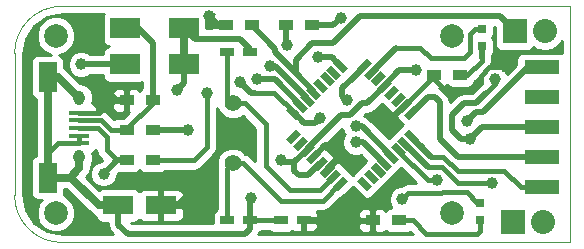
<source format=gbr>
G04 #@! TF.FileFunction,Copper,L1,Top,Signal*
%FSLAX46Y46*%
G04 Gerber Fmt 4.6, Leading zero omitted, Abs format (unit mm)*
G04 Created by KiCad (PCBNEW (2015-01-16 BZR 5376)-product) date 9/24/2015 9:19:18 AM*
%MOMM*%
G01*
G04 APERTURE LIST*
%ADD10C,0.100000*%
%ADD11R,2.032000X2.032000*%
%ADD12O,2.032000X2.032000*%
%ADD13R,1.778000X0.400000*%
%ADD14O,0.950000X1.250000*%
%ADD15R,1.550000X2.500000*%
%ADD16C,2.000000*%
%ADD17R,1.200000X0.750000*%
%ADD18R,2.600960X1.600200*%
%ADD19R,0.797560X0.797560*%
%ADD20R,3.000000X1.200000*%
%ADD21R,1.200000X0.900000*%
%ADD22C,1.422400*%
%ADD23R,2.500000X1.800860*%
%ADD24C,1.000000*%
%ADD25C,0.457200*%
%ADD26C,0.508000*%
%ADD27C,0.635000*%
%ADD28C,0.381000*%
%ADD29C,0.254000*%
G04 APERTURE END LIST*
D10*
X110000000Y-86000000D02*
X153000000Y-86000000D01*
X106000000Y-90000000D02*
X106000000Y-102000000D01*
X110000000Y-106000000D02*
X153000000Y-106000000D01*
X106000000Y-102000000D02*
G75*
G03X110000000Y-106000000I4000000J0D01*
G01*
X110000000Y-86000000D02*
G75*
G03X106000000Y-90000000I0J-4000000D01*
G01*
X153000000Y-106000000D02*
X153000000Y-86000000D01*
D11*
X148336000Y-88138000D03*
D12*
X150876000Y-88138000D03*
D11*
X148209000Y-104267000D03*
D12*
X150749000Y-104267000D03*
D13*
X111500000Y-95000000D03*
X111500000Y-95650000D03*
X111500000Y-96300000D03*
X111500000Y-96950000D03*
X111500000Y-97600000D03*
D14*
X111500000Y-93800000D03*
X111500000Y-98800000D03*
D15*
X108800000Y-92000000D03*
X108800000Y-100500000D03*
D16*
X143000000Y-88500000D03*
X143000000Y-103500000D03*
X109500000Y-103500000D03*
X109500000Y-88500000D03*
D17*
X124018000Y-89916000D03*
X125918000Y-89916000D03*
X124018000Y-104140000D03*
X125918000Y-104140000D03*
X128590000Y-104140000D03*
X130490000Y-104140000D03*
D18*
X118386860Y-102870000D03*
X114785140Y-102870000D03*
D19*
X145542000Y-89395300D03*
X145542000Y-87896700D03*
X145415000Y-104127300D03*
X145415000Y-102628700D03*
D20*
X150622000Y-91186000D03*
X150622000Y-93726000D03*
X150622000Y-96266000D03*
X150622000Y-98806000D03*
X150622000Y-101346000D03*
D21*
X126068000Y-87630000D03*
X123868000Y-87630000D03*
X115486000Y-93980000D03*
X117686000Y-93980000D03*
X115486000Y-96520000D03*
X117686000Y-96520000D03*
X115486000Y-99060000D03*
X117686000Y-99060000D03*
X131148000Y-87630000D03*
X128948000Y-87630000D03*
D22*
X124460000Y-94234000D03*
X124460000Y-99314000D03*
D10*
G36*
X129422765Y-97673701D02*
X128998501Y-97249437D01*
X129847029Y-96400909D01*
X130271293Y-96825173D01*
X129422765Y-97673701D01*
X129422765Y-97673701D01*
G37*
G36*
X129988451Y-98239386D02*
X129564187Y-97815122D01*
X130412715Y-96966594D01*
X130836979Y-97390858D01*
X129988451Y-98239386D01*
X129988451Y-98239386D01*
G37*
G36*
X130554136Y-98805072D02*
X130129872Y-98380808D01*
X130978400Y-97532280D01*
X131402664Y-97956544D01*
X130554136Y-98805072D01*
X130554136Y-98805072D01*
G37*
G36*
X131119821Y-99370757D02*
X130695557Y-98946493D01*
X131544085Y-98097965D01*
X131968349Y-98522229D01*
X131119821Y-99370757D01*
X131119821Y-99370757D01*
G37*
G36*
X131685507Y-99936443D02*
X131261243Y-99512179D01*
X132109771Y-98663651D01*
X132534035Y-99087915D01*
X131685507Y-99936443D01*
X131685507Y-99936443D01*
G37*
G36*
X132251192Y-100502128D02*
X131826928Y-100077864D01*
X132675456Y-99229336D01*
X133099720Y-99653600D01*
X132251192Y-100502128D01*
X132251192Y-100502128D01*
G37*
G36*
X132816878Y-101067813D02*
X132392614Y-100643549D01*
X133241142Y-99795021D01*
X133665406Y-100219285D01*
X132816878Y-101067813D01*
X132816878Y-101067813D01*
G37*
G36*
X133382563Y-101633499D02*
X132958299Y-101209235D01*
X133806827Y-100360707D01*
X134231091Y-100784971D01*
X133382563Y-101633499D01*
X133382563Y-101633499D01*
G37*
G36*
X136281701Y-101209235D02*
X135857437Y-101633499D01*
X135008909Y-100784971D01*
X135433173Y-100360707D01*
X136281701Y-101209235D01*
X136281701Y-101209235D01*
G37*
G36*
X136847386Y-100643549D02*
X136423122Y-101067813D01*
X135574594Y-100219285D01*
X135998858Y-99795021D01*
X136847386Y-100643549D01*
X136847386Y-100643549D01*
G37*
G36*
X137413072Y-100077864D02*
X136988808Y-100502128D01*
X136140280Y-99653600D01*
X136564544Y-99229336D01*
X137413072Y-100077864D01*
X137413072Y-100077864D01*
G37*
G36*
X137978757Y-99512179D02*
X137554493Y-99936443D01*
X136705965Y-99087915D01*
X137130229Y-98663651D01*
X137978757Y-99512179D01*
X137978757Y-99512179D01*
G37*
G36*
X138544443Y-98946493D02*
X138120179Y-99370757D01*
X137271651Y-98522229D01*
X137695915Y-98097965D01*
X138544443Y-98946493D01*
X138544443Y-98946493D01*
G37*
G36*
X139110128Y-98380808D02*
X138685864Y-98805072D01*
X137837336Y-97956544D01*
X138261600Y-97532280D01*
X139110128Y-98380808D01*
X139110128Y-98380808D01*
G37*
G36*
X139675813Y-97815122D02*
X139251549Y-98239386D01*
X138403021Y-97390858D01*
X138827285Y-96966594D01*
X139675813Y-97815122D01*
X139675813Y-97815122D01*
G37*
G36*
X140241499Y-97249437D02*
X139817235Y-97673701D01*
X138968707Y-96825173D01*
X139392971Y-96400909D01*
X140241499Y-97249437D01*
X140241499Y-97249437D01*
G37*
G36*
X139392971Y-95623091D02*
X138968707Y-95198827D01*
X139817235Y-94350299D01*
X140241499Y-94774563D01*
X139392971Y-95623091D01*
X139392971Y-95623091D01*
G37*
G36*
X138827285Y-95057406D02*
X138403021Y-94633142D01*
X139251549Y-93784614D01*
X139675813Y-94208878D01*
X138827285Y-95057406D01*
X138827285Y-95057406D01*
G37*
G36*
X138261600Y-94491720D02*
X137837336Y-94067456D01*
X138685864Y-93218928D01*
X139110128Y-93643192D01*
X138261600Y-94491720D01*
X138261600Y-94491720D01*
G37*
G36*
X137695915Y-93926035D02*
X137271651Y-93501771D01*
X138120179Y-92653243D01*
X138544443Y-93077507D01*
X137695915Y-93926035D01*
X137695915Y-93926035D01*
G37*
G36*
X137130229Y-93360349D02*
X136705965Y-92936085D01*
X137554493Y-92087557D01*
X137978757Y-92511821D01*
X137130229Y-93360349D01*
X137130229Y-93360349D01*
G37*
G36*
X136564544Y-92794664D02*
X136140280Y-92370400D01*
X136988808Y-91521872D01*
X137413072Y-91946136D01*
X136564544Y-92794664D01*
X136564544Y-92794664D01*
G37*
G36*
X135998858Y-92228979D02*
X135574594Y-91804715D01*
X136423122Y-90956187D01*
X136847386Y-91380451D01*
X135998858Y-92228979D01*
X135998858Y-92228979D01*
G37*
G36*
X135433173Y-91663293D02*
X135008909Y-91239029D01*
X135857437Y-90390501D01*
X136281701Y-90814765D01*
X135433173Y-91663293D01*
X135433173Y-91663293D01*
G37*
G36*
X134231091Y-91239029D02*
X133806827Y-91663293D01*
X132958299Y-90814765D01*
X133382563Y-90390501D01*
X134231091Y-91239029D01*
X134231091Y-91239029D01*
G37*
G36*
X133665406Y-91804715D02*
X133241142Y-92228979D01*
X132392614Y-91380451D01*
X132816878Y-90956187D01*
X133665406Y-91804715D01*
X133665406Y-91804715D01*
G37*
G36*
X133099720Y-92370400D02*
X132675456Y-92794664D01*
X131826928Y-91946136D01*
X132251192Y-91521872D01*
X133099720Y-92370400D01*
X133099720Y-92370400D01*
G37*
G36*
X132534035Y-92936085D02*
X132109771Y-93360349D01*
X131261243Y-92511821D01*
X131685507Y-92087557D01*
X132534035Y-92936085D01*
X132534035Y-92936085D01*
G37*
G36*
X131968349Y-93501771D02*
X131544085Y-93926035D01*
X130695557Y-93077507D01*
X131119821Y-92653243D01*
X131968349Y-93501771D01*
X131968349Y-93501771D01*
G37*
G36*
X131402664Y-94067456D02*
X130978400Y-94491720D01*
X130129872Y-93643192D01*
X130554136Y-93218928D01*
X131402664Y-94067456D01*
X131402664Y-94067456D01*
G37*
G36*
X130836979Y-94633142D02*
X130412715Y-95057406D01*
X129564187Y-94208878D01*
X129988451Y-93784614D01*
X130836979Y-94633142D01*
X130836979Y-94633142D01*
G37*
G36*
X130271293Y-95198827D02*
X129847029Y-95623091D01*
X128998501Y-94774563D01*
X129422765Y-94350299D01*
X130271293Y-95198827D01*
X130271293Y-95198827D01*
G37*
D23*
X115356640Y-87884000D03*
X120355360Y-87884000D03*
X115356640Y-90932000D03*
X120355360Y-90932000D03*
D21*
X141521000Y-91821000D03*
X143721000Y-91821000D03*
X136314000Y-104140000D03*
X138514000Y-104140000D03*
D24*
X119761000Y-93091000D03*
X128524000Y-99060000D03*
X125984000Y-102235000D03*
X139954000Y-91440000D03*
X113538000Y-92964000D03*
X122428000Y-86868000D03*
X120904000Y-101854000D03*
X134493000Y-99187000D03*
X132461000Y-104140000D03*
X137668000Y-96647000D03*
X147574000Y-91186000D03*
X111633000Y-90932000D03*
X113538000Y-100203000D03*
X134112000Y-93980000D03*
X138811000Y-102362000D03*
X120650000Y-96520000D03*
X134874000Y-97536000D03*
X122301000Y-93345000D03*
X125095000Y-92456000D03*
X131826000Y-95504000D03*
X134874000Y-96139000D03*
X141732000Y-100711000D03*
X144526000Y-97282000D03*
X146685000Y-92202000D03*
X146431000Y-100965000D03*
X144272000Y-95758000D03*
X131699000Y-90297000D03*
X127635000Y-91059000D03*
X129032000Y-89281000D03*
X126492000Y-92202000D03*
X133604000Y-86995000D03*
D25*
X124018000Y-93792000D02*
X124460000Y-94234000D01*
X124018000Y-89916000D02*
X124018000Y-93792000D01*
X125476000Y-94234000D02*
X124460000Y-94234000D01*
X127254000Y-96012000D02*
X125476000Y-94234000D01*
X127254000Y-99568000D02*
X127254000Y-96012000D01*
X129286000Y-101600000D02*
X127254000Y-99568000D01*
X131826000Y-101600000D02*
X129286000Y-101600000D01*
X132994583Y-100431417D02*
X131826000Y-101600000D01*
X133029010Y-100431417D02*
X132994583Y-100431417D01*
D26*
X130867686Y-100330000D02*
X131897639Y-99300047D01*
X130048000Y-100330000D02*
X130867686Y-100330000D01*
X129667000Y-99949000D02*
X130048000Y-100330000D01*
X129667000Y-99250500D02*
X129667000Y-99949000D01*
X129698750Y-99218750D02*
X129667000Y-99250500D01*
X130748824Y-98168676D02*
X129698750Y-99218750D01*
X130766268Y-98168676D02*
X130748824Y-98168676D01*
D25*
X125918000Y-104140000D02*
X128590000Y-104140000D01*
X111500000Y-96950000D02*
X111500000Y-97600000D01*
X108800000Y-98464000D02*
X109664000Y-97600000D01*
X109664000Y-97600000D02*
X111500000Y-97600000D01*
X108800000Y-100500000D02*
X108800000Y-98464000D01*
D27*
X108800000Y-92000000D02*
X108800000Y-100500000D01*
X113157000Y-102870000D02*
X110787000Y-100500000D01*
X110787000Y-100500000D02*
X108800000Y-100500000D01*
X114785140Y-102870000D02*
X113157000Y-102870000D01*
X120355360Y-87884000D02*
X120355360Y-90932000D01*
D26*
X121244360Y-88773000D02*
X120355360Y-87884000D01*
X125095000Y-88773000D02*
X121244360Y-88773000D01*
X125918000Y-89596000D02*
X125095000Y-88773000D01*
X125918000Y-89916000D02*
X125918000Y-89596000D01*
D27*
X109700000Y-92000000D02*
X111500000Y-93800000D01*
X108800000Y-92000000D02*
X109700000Y-92000000D01*
X110701000Y-100500000D02*
X111500000Y-99701000D01*
X111500000Y-99701000D02*
X111500000Y-98800000D01*
X108800000Y-100500000D02*
X110701000Y-100500000D01*
D26*
X120355360Y-92496640D02*
X119761000Y-93091000D01*
X120355360Y-90932000D02*
X120355360Y-92496640D01*
X125918000Y-104841000D02*
X125918000Y-104140000D01*
X125476000Y-105283000D02*
X125918000Y-104841000D01*
X115570000Y-105283000D02*
X125476000Y-105283000D01*
X114785140Y-104498140D02*
X115570000Y-105283000D01*
X114785140Y-102870000D02*
X114785140Y-104498140D01*
X128682750Y-99218750D02*
X128524000Y-99060000D01*
X125984000Y-102235000D02*
X125918000Y-102301000D01*
X125918000Y-102301000D02*
X125918000Y-104140000D01*
X129698750Y-99218750D02*
X128682750Y-99218750D01*
X133604000Y-95250000D02*
X134366000Y-95250000D01*
X134366000Y-95250000D02*
X135382000Y-94234000D01*
X135382000Y-94234000D02*
X135832314Y-94234000D01*
X135832314Y-94234000D02*
X137342361Y-92723953D01*
X130766268Y-98087732D02*
X133604000Y-95250000D01*
X130766268Y-98168676D02*
X130766268Y-98087732D01*
X138557000Y-91440000D02*
X139065000Y-91440000D01*
X139954000Y-91440000D02*
X139065000Y-91440000D01*
X137342361Y-92654639D02*
X138557000Y-91440000D01*
X137342361Y-92723953D02*
X137342361Y-92654639D01*
D25*
X124018000Y-101534000D02*
X124018000Y-104140000D01*
X124018000Y-99756000D02*
X124460000Y-99314000D01*
X124018000Y-104140000D02*
X124018000Y-99756000D01*
X125349000Y-99314000D02*
X124460000Y-99314000D01*
X128524000Y-102489000D02*
X125349000Y-99314000D01*
X132080000Y-102489000D02*
X128524000Y-102489000D01*
X133571897Y-100997103D02*
X132080000Y-102489000D01*
X133594695Y-100997103D02*
X133571897Y-100997103D01*
D28*
X134747000Y-104140000D02*
X132461000Y-104140000D01*
D26*
X133477000Y-98852056D02*
X132463324Y-99865732D01*
X133477000Y-98171000D02*
X133477000Y-98852056D01*
X133350000Y-98044000D02*
X133477000Y-98171000D01*
X133096000Y-97790000D02*
X133350000Y-98044000D01*
X132270500Y-97790000D02*
X133096000Y-97790000D01*
X131331953Y-98728547D02*
X132270500Y-97790000D01*
X131331953Y-98734361D02*
X131331953Y-98728547D01*
D25*
X113153000Y-95000000D02*
X114173000Y-93980000D01*
X114173000Y-93980000D02*
X115486000Y-93980000D01*
X111500000Y-95000000D02*
X113153000Y-95000000D01*
D26*
X113538000Y-92964000D02*
X114554000Y-93980000D01*
X114554000Y-93980000D02*
X115486000Y-93980000D01*
X123868000Y-87630000D02*
X123190000Y-87630000D01*
X123190000Y-87630000D02*
X122428000Y-86868000D01*
D27*
X119888000Y-102870000D02*
X120904000Y-101854000D01*
X118386860Y-102870000D02*
X119888000Y-102870000D01*
D26*
X133350000Y-98044000D02*
X134493000Y-99187000D01*
X130490000Y-104140000D02*
X132461000Y-104140000D01*
X131331953Y-98728547D02*
X131331953Y-98734361D01*
X132270500Y-97790000D02*
X131331953Y-98728547D01*
X133096000Y-97790000D02*
X132270500Y-97790000D01*
X133477000Y-98171000D02*
X133096000Y-97790000D01*
X133477000Y-98806000D02*
X133477000Y-98171000D01*
X132463324Y-99819676D02*
X133477000Y-98806000D01*
X132463324Y-99865732D02*
X132463324Y-99819676D01*
X137668000Y-95758000D02*
X137668000Y-96647000D01*
X139004990Y-94421010D02*
X137668000Y-95758000D01*
X139039417Y-94421010D02*
X139004990Y-94421010D01*
D25*
X132461000Y-104140000D02*
X136314000Y-104140000D01*
X141521000Y-91905000D02*
X141521000Y-91821000D01*
X139039417Y-94386583D02*
X141521000Y-91905000D01*
X139039417Y-94421010D02*
X139039417Y-94386583D01*
D28*
X142621000Y-93281500D02*
X144716500Y-93281500D01*
X144716500Y-93281500D02*
X145478500Y-92519500D01*
X145478500Y-92519500D02*
X145478500Y-91884500D01*
X145478500Y-91884500D02*
X146177000Y-91186000D01*
X141521000Y-92181500D02*
X142621000Y-93281500D01*
X141521000Y-91821000D02*
X141521000Y-92181500D01*
X141521000Y-92181500D02*
X141521000Y-91821000D01*
X142621000Y-93281500D02*
X141521000Y-92181500D01*
X144716500Y-93281500D02*
X142621000Y-93281500D01*
X145478500Y-92519500D02*
X144716500Y-93281500D01*
X145478500Y-91884500D02*
X145478500Y-92519500D01*
X146177000Y-91186000D02*
X145478500Y-91884500D01*
X147574000Y-91186000D02*
X146177000Y-91186000D01*
D25*
X113303000Y-95650000D02*
X114173000Y-96520000D01*
X114173000Y-96520000D02*
X115486000Y-96520000D01*
X111500000Y-95650000D02*
X113303000Y-95650000D01*
X115486000Y-96350000D02*
X115486000Y-96520000D01*
X117686000Y-94150000D02*
X115486000Y-96350000D01*
X117686000Y-93980000D02*
X117686000Y-94150000D01*
D26*
X117686000Y-89111000D02*
X117686000Y-93980000D01*
X116459000Y-87884000D02*
X117686000Y-89111000D01*
X115356640Y-87884000D02*
X116459000Y-87884000D01*
D25*
X114681000Y-99060000D02*
X115486000Y-99060000D01*
X113792000Y-98171000D02*
X114681000Y-99060000D01*
X113792000Y-97037028D02*
X113792000Y-98171000D01*
X113054972Y-96300000D02*
X113792000Y-97037028D01*
X111500000Y-96300000D02*
X113054972Y-96300000D01*
D26*
X114681000Y-99060000D02*
X115486000Y-99060000D01*
X115356640Y-90932000D02*
X112776000Y-90932000D01*
X113538000Y-100203000D02*
X114681000Y-99060000D01*
X115356640Y-90932000D02*
X111633000Y-90932000D01*
D28*
X138303000Y-89535000D02*
X140335000Y-89535000D01*
X145021300Y-87896700D02*
X145542000Y-87896700D01*
X144526000Y-88392000D02*
X145021300Y-87896700D01*
X144526000Y-89916000D02*
X144526000Y-88392000D01*
X144018000Y-90424000D02*
X144526000Y-89916000D01*
X141224000Y-90424000D02*
X144018000Y-90424000D01*
X140335000Y-89535000D02*
X141224000Y-90424000D01*
D26*
X136245417Y-91592583D02*
X138303000Y-89535000D01*
X136210990Y-91592583D02*
X136245417Y-91592583D01*
X133731000Y-93599000D02*
X134112000Y-93980000D01*
D25*
X144272000Y-101727000D02*
X145173700Y-102628700D01*
X142240000Y-101727000D02*
X144272000Y-101727000D01*
X142113000Y-101854000D02*
X142240000Y-101727000D01*
X139319000Y-101854000D02*
X142113000Y-101854000D01*
X138811000Y-102362000D02*
X139319000Y-101854000D01*
X145173700Y-102628700D02*
X145415000Y-102628700D01*
D26*
X135645305Y-91026897D02*
X135668103Y-91026897D01*
X135645305Y-91026897D02*
X135645305Y-91049695D01*
X133731000Y-93599000D02*
X133731000Y-92964000D01*
X133731000Y-92964000D02*
X134620000Y-92075000D01*
X134620000Y-92075000D02*
X135645305Y-91049695D01*
X133731000Y-93599000D02*
X133731000Y-92964000D01*
X120650000Y-96520000D02*
X117686000Y-96520000D01*
X135509000Y-97536000D02*
X134874000Y-97536000D01*
X137273047Y-99300047D02*
X135509000Y-97536000D01*
X137342361Y-99300047D02*
X137273047Y-99300047D01*
X137908047Y-98734361D02*
X137850361Y-98734361D01*
D25*
X121158000Y-99060000D02*
X122301000Y-97917000D01*
X122301000Y-97917000D02*
X122301000Y-93345000D01*
X117686000Y-99060000D02*
X121158000Y-99060000D01*
X126365000Y-93345000D02*
X127993202Y-93345000D01*
X129634897Y-94986695D02*
X127993202Y-93345000D01*
D26*
X125984000Y-93345000D02*
X125095000Y-92456000D01*
X126365000Y-93345000D02*
X125984000Y-93345000D01*
X137908047Y-98734361D02*
X137908047Y-98665047D01*
X129634897Y-94986695D02*
X129657695Y-94986695D01*
X131826000Y-95504000D02*
X131445000Y-95885000D01*
X131445000Y-95885000D02*
X130533202Y-95885000D01*
X130533202Y-95885000D02*
X129634897Y-94986695D01*
X135382000Y-96139000D02*
X134874000Y-96139000D01*
X137908047Y-98665047D02*
X135382000Y-96139000D01*
D25*
X138473732Y-98168676D02*
X138473732Y-98214732D01*
X138473732Y-98214732D02*
X140970000Y-100711000D01*
X140970000Y-100711000D02*
X141732000Y-100711000D01*
D26*
X144526000Y-97282000D02*
X145542000Y-96266000D01*
X144526000Y-97282000D02*
X143764000Y-97282000D01*
X143002000Y-96520000D02*
X143002000Y-95504000D01*
X143764000Y-97282000D02*
X143002000Y-96520000D01*
X143002000Y-95250000D02*
X144018000Y-94234000D01*
X144018000Y-94234000D02*
X145034000Y-94234000D01*
X145859500Y-93408500D02*
X145923000Y-93345000D01*
X145034000Y-94234000D02*
X145859500Y-93408500D01*
X143002000Y-95504000D02*
X143002000Y-95250000D01*
D28*
X145859500Y-93408500D02*
X145859500Y-93345000D01*
X146685000Y-92583000D02*
X146685000Y-92202000D01*
X145923000Y-93345000D02*
X146685000Y-92583000D01*
X145859500Y-93345000D02*
X145923000Y-93345000D01*
D26*
X145542000Y-96266000D02*
X144526000Y-97282000D01*
X150622000Y-96266000D02*
X145542000Y-96266000D01*
D25*
X141033500Y-99631500D02*
X142176500Y-99631500D01*
X143510000Y-100965000D02*
X146431000Y-100965000D01*
X142176500Y-99631500D02*
X143510000Y-100965000D01*
D26*
X139039417Y-97602990D02*
X139039417Y-97637417D01*
X149479000Y-91186000D02*
X150622000Y-91186000D01*
X141033500Y-99631500D02*
X139039417Y-97637417D01*
X144272000Y-95758000D02*
X145034000Y-94996000D01*
X145034000Y-94996000D02*
X145669000Y-94996000D01*
X146939000Y-93726000D02*
X149479000Y-91186000D01*
X145669000Y-94996000D02*
X146939000Y-93726000D01*
D25*
X141298899Y-98731101D02*
X142292101Y-98731101D01*
X148844000Y-101346000D02*
X150622000Y-101346000D01*
X147447000Y-99949000D02*
X148844000Y-101346000D01*
X143510000Y-99949000D02*
X147447000Y-99949000D01*
X142292101Y-98731101D02*
X143510000Y-99949000D01*
D26*
X139605103Y-97060103D02*
X140589000Y-98044000D01*
X139605103Y-97037305D02*
X139605103Y-97060103D01*
X141298899Y-98731101D02*
X139605103Y-97037305D01*
X139605103Y-94986695D02*
X139709305Y-94986695D01*
X141605000Y-93726000D02*
X141986000Y-94107000D01*
X141986000Y-94107000D02*
X141986000Y-94488000D01*
X144399000Y-98806000D02*
X143510000Y-98806000D01*
X141986000Y-97282000D02*
X141986000Y-94488000D01*
X143510000Y-98806000D02*
X141986000Y-97282000D01*
X140970000Y-93726000D02*
X139709305Y-94986695D01*
X140970000Y-93726000D02*
X141224000Y-93726000D01*
X150622000Y-98806000D02*
X144399000Y-98806000D01*
X141224000Y-93726000D02*
X141605000Y-93726000D01*
X132842000Y-90297000D02*
X131699000Y-90297000D01*
X133571897Y-91026897D02*
X132842000Y-90297000D01*
X132842000Y-90297000D02*
X131699000Y-90297000D01*
X133571897Y-91026897D02*
X132842000Y-90297000D01*
X133594695Y-91026897D02*
X133571897Y-91026897D01*
X128016000Y-89578000D02*
X126068000Y-87630000D01*
X128016000Y-89916000D02*
X128016000Y-89578000D01*
X129794000Y-91694000D02*
X128016000Y-89916000D01*
X131331953Y-93231953D02*
X129794000Y-91694000D01*
X147066000Y-86868000D02*
X148336000Y-88138000D01*
X129794000Y-90551000D02*
X131191000Y-89154000D01*
X131191000Y-89154000D02*
X132969000Y-89154000D01*
X132969000Y-89154000D02*
X135255000Y-86868000D01*
X135255000Y-86868000D02*
X147066000Y-86868000D01*
X129794000Y-91694000D02*
X129794000Y-90551000D01*
X147066000Y-86868000D02*
X148336000Y-88138000D01*
X135255000Y-86868000D02*
X147066000Y-86868000D01*
X132969000Y-89154000D02*
X135255000Y-86868000D01*
X131191000Y-89154000D02*
X132969000Y-89154000D01*
X129794000Y-90551000D02*
X131191000Y-89154000D01*
X129794000Y-91694000D02*
X129794000Y-90551000D01*
X131331953Y-93231953D02*
X129794000Y-91694000D01*
X131331953Y-93289639D02*
X131331953Y-93231953D01*
X130766268Y-93855324D02*
X130766268Y-93809268D01*
X130766268Y-93809268D02*
X128016000Y-91059000D01*
X128016000Y-91059000D02*
X127635000Y-91059000D01*
X128948000Y-89197000D02*
X128948000Y-87630000D01*
X129032000Y-89281000D02*
X128948000Y-89197000D01*
X128016000Y-92202000D02*
X126492000Y-92202000D01*
X130200583Y-94386583D02*
X128016000Y-92202000D01*
X130200583Y-94421010D02*
X130200583Y-94386583D01*
X133604000Y-86995000D02*
X132969000Y-87630000D01*
X131148000Y-87630000D02*
X132969000Y-87630000D01*
X145542000Y-90424000D02*
X145542000Y-89395300D01*
X144102000Y-91948000D02*
X144102000Y-91864000D01*
D25*
X144335500Y-91821000D02*
X145542000Y-90614500D01*
X145542000Y-90614500D02*
X145542000Y-89395300D01*
X143721000Y-91821000D02*
X144335500Y-91821000D01*
D28*
X145415000Y-104127300D02*
X145415000Y-105029000D01*
X145415000Y-105029000D02*
X145161000Y-105283000D01*
X145161000Y-105283000D02*
X145415000Y-105029000D01*
X139700000Y-104140000D02*
X140843000Y-105283000D01*
X140843000Y-105283000D02*
X145161000Y-105283000D01*
X138514000Y-104140000D02*
X139700000Y-104140000D01*
D29*
G36*
X116797000Y-92960330D02*
X116631073Y-93069327D01*
X116587662Y-93133637D01*
X116445698Y-92991673D01*
X116212309Y-92895000D01*
X115771750Y-92895000D01*
X115613000Y-93053750D01*
X115613000Y-93853000D01*
X115633000Y-93853000D01*
X115633000Y-94107000D01*
X115613000Y-94107000D01*
X115613000Y-94906250D01*
X115660717Y-94953967D01*
X115359000Y-95255684D01*
X115359000Y-94906250D01*
X115359000Y-94107000D01*
X115359000Y-93853000D01*
X115359000Y-93053750D01*
X115200250Y-92895000D01*
X114759691Y-92895000D01*
X114526302Y-92991673D01*
X114347673Y-93170301D01*
X114251000Y-93403690D01*
X114251000Y-93656309D01*
X114251000Y-93694250D01*
X114409750Y-93853000D01*
X115359000Y-93853000D01*
X115359000Y-94107000D01*
X114409750Y-94107000D01*
X114251000Y-94265750D01*
X114251000Y-94303691D01*
X114251000Y-94556310D01*
X114347673Y-94789699D01*
X114526302Y-94968327D01*
X114759691Y-95065000D01*
X115200250Y-95065000D01*
X115359000Y-94906250D01*
X115359000Y-95255684D01*
X115192125Y-95422560D01*
X114886000Y-95422560D01*
X114643877Y-95469537D01*
X114462800Y-95588485D01*
X113913657Y-95039343D01*
X113633485Y-94852138D01*
X113303000Y-94786400D01*
X113024000Y-94786400D01*
X112978850Y-94786400D01*
X113024000Y-94741250D01*
X113024000Y-94673690D01*
X112927327Y-94440301D01*
X112748698Y-94261673D01*
X112567817Y-94186749D01*
X112610000Y-93974685D01*
X112610000Y-93625315D01*
X112525506Y-93200536D01*
X112284889Y-92840426D01*
X111924779Y-92599809D01*
X111577836Y-92530797D01*
X110373519Y-91326481D01*
X110222440Y-91225533D01*
X110222440Y-90750000D01*
X110175463Y-90507877D01*
X110035673Y-90295073D01*
X109824640Y-90152623D01*
X109737804Y-90135208D01*
X109823795Y-90135284D01*
X110424943Y-89886894D01*
X110885278Y-89427363D01*
X111134716Y-88826648D01*
X111135284Y-88176205D01*
X110886894Y-87575057D01*
X110427363Y-87114722D01*
X109826648Y-86865284D01*
X109176205Y-86864716D01*
X108575057Y-87113106D01*
X108114722Y-87572637D01*
X107865284Y-88173352D01*
X107864716Y-88823795D01*
X108113106Y-89424943D01*
X108572637Y-89885278D01*
X109095911Y-90102560D01*
X108025000Y-90102560D01*
X107782877Y-90149537D01*
X107570073Y-90289327D01*
X107427623Y-90500360D01*
X107377560Y-90750000D01*
X107377560Y-93250000D01*
X107424537Y-93492123D01*
X107564327Y-93704927D01*
X107775360Y-93847377D01*
X107847500Y-93861844D01*
X107847500Y-98636998D01*
X107782877Y-98649537D01*
X107570073Y-98789327D01*
X107427623Y-99000360D01*
X107377560Y-99250000D01*
X107377560Y-101750000D01*
X107424537Y-101992123D01*
X107564327Y-102204927D01*
X107775360Y-102347377D01*
X108025000Y-102397440D01*
X108290225Y-102397440D01*
X108114722Y-102572637D01*
X107865284Y-103173352D01*
X107864716Y-103823795D01*
X108113106Y-104424943D01*
X108572637Y-104885278D01*
X109173352Y-105134716D01*
X109823795Y-105135284D01*
X110424943Y-104886894D01*
X110885278Y-104427363D01*
X111134716Y-103826648D01*
X111135284Y-103176205D01*
X110886894Y-102575057D01*
X110427363Y-102114722D01*
X110167524Y-102006828D01*
X110172377Y-101999640D01*
X110222440Y-101750000D01*
X110222440Y-101452500D01*
X110392461Y-101452500D01*
X110392462Y-101452500D01*
X112483481Y-103543519D01*
X112792494Y-103749995D01*
X112855139Y-103762455D01*
X112884197Y-103912223D01*
X113023987Y-104125027D01*
X113235020Y-104267477D01*
X113484660Y-104317540D01*
X113896140Y-104317540D01*
X113896140Y-104498140D01*
X113963811Y-104838346D01*
X114156522Y-105126758D01*
X114344764Y-105315000D01*
X110067467Y-105315000D01*
X108736539Y-105050261D01*
X107665429Y-104334568D01*
X106949737Y-103263459D01*
X106685000Y-101932532D01*
X106685000Y-90067467D01*
X106949737Y-88736540D01*
X107665429Y-87665431D01*
X108736539Y-86949738D01*
X110067467Y-86685000D01*
X113542291Y-86685000D01*
X113509263Y-86733930D01*
X113459200Y-86983570D01*
X113459200Y-88784430D01*
X113506177Y-89026553D01*
X113645967Y-89239357D01*
X113857000Y-89381807D01*
X113985645Y-89407605D01*
X113864517Y-89431107D01*
X113651713Y-89570897D01*
X113509263Y-89781930D01*
X113459200Y-90031570D01*
X113459200Y-90043000D01*
X112776000Y-90043000D01*
X112349283Y-90043000D01*
X112276765Y-89970355D01*
X111859756Y-89797197D01*
X111408225Y-89796803D01*
X110990914Y-89969233D01*
X110671355Y-90288235D01*
X110498197Y-90705244D01*
X110497803Y-91156775D01*
X110670233Y-91574086D01*
X110989235Y-91893645D01*
X111406244Y-92066803D01*
X111857775Y-92067197D01*
X112275086Y-91894767D01*
X112348981Y-91821000D01*
X112776000Y-91821000D01*
X113459200Y-91821000D01*
X113459200Y-91832430D01*
X113506177Y-92074553D01*
X113645967Y-92287357D01*
X113857000Y-92429807D01*
X114106640Y-92479870D01*
X116606640Y-92479870D01*
X116797000Y-92442936D01*
X116797000Y-92960330D01*
X116797000Y-92960330D01*
G37*
X116797000Y-92960330D02*
X116631073Y-93069327D01*
X116587662Y-93133637D01*
X116445698Y-92991673D01*
X116212309Y-92895000D01*
X115771750Y-92895000D01*
X115613000Y-93053750D01*
X115613000Y-93853000D01*
X115633000Y-93853000D01*
X115633000Y-94107000D01*
X115613000Y-94107000D01*
X115613000Y-94906250D01*
X115660717Y-94953967D01*
X115359000Y-95255684D01*
X115359000Y-94906250D01*
X115359000Y-94107000D01*
X115359000Y-93853000D01*
X115359000Y-93053750D01*
X115200250Y-92895000D01*
X114759691Y-92895000D01*
X114526302Y-92991673D01*
X114347673Y-93170301D01*
X114251000Y-93403690D01*
X114251000Y-93656309D01*
X114251000Y-93694250D01*
X114409750Y-93853000D01*
X115359000Y-93853000D01*
X115359000Y-94107000D01*
X114409750Y-94107000D01*
X114251000Y-94265750D01*
X114251000Y-94303691D01*
X114251000Y-94556310D01*
X114347673Y-94789699D01*
X114526302Y-94968327D01*
X114759691Y-95065000D01*
X115200250Y-95065000D01*
X115359000Y-94906250D01*
X115359000Y-95255684D01*
X115192125Y-95422560D01*
X114886000Y-95422560D01*
X114643877Y-95469537D01*
X114462800Y-95588485D01*
X113913657Y-95039343D01*
X113633485Y-94852138D01*
X113303000Y-94786400D01*
X113024000Y-94786400D01*
X112978850Y-94786400D01*
X113024000Y-94741250D01*
X113024000Y-94673690D01*
X112927327Y-94440301D01*
X112748698Y-94261673D01*
X112567817Y-94186749D01*
X112610000Y-93974685D01*
X112610000Y-93625315D01*
X112525506Y-93200536D01*
X112284889Y-92840426D01*
X111924779Y-92599809D01*
X111577836Y-92530797D01*
X110373519Y-91326481D01*
X110222440Y-91225533D01*
X110222440Y-90750000D01*
X110175463Y-90507877D01*
X110035673Y-90295073D01*
X109824640Y-90152623D01*
X109737804Y-90135208D01*
X109823795Y-90135284D01*
X110424943Y-89886894D01*
X110885278Y-89427363D01*
X111134716Y-88826648D01*
X111135284Y-88176205D01*
X110886894Y-87575057D01*
X110427363Y-87114722D01*
X109826648Y-86865284D01*
X109176205Y-86864716D01*
X108575057Y-87113106D01*
X108114722Y-87572637D01*
X107865284Y-88173352D01*
X107864716Y-88823795D01*
X108113106Y-89424943D01*
X108572637Y-89885278D01*
X109095911Y-90102560D01*
X108025000Y-90102560D01*
X107782877Y-90149537D01*
X107570073Y-90289327D01*
X107427623Y-90500360D01*
X107377560Y-90750000D01*
X107377560Y-93250000D01*
X107424537Y-93492123D01*
X107564327Y-93704927D01*
X107775360Y-93847377D01*
X107847500Y-93861844D01*
X107847500Y-98636998D01*
X107782877Y-98649537D01*
X107570073Y-98789327D01*
X107427623Y-99000360D01*
X107377560Y-99250000D01*
X107377560Y-101750000D01*
X107424537Y-101992123D01*
X107564327Y-102204927D01*
X107775360Y-102347377D01*
X108025000Y-102397440D01*
X108290225Y-102397440D01*
X108114722Y-102572637D01*
X107865284Y-103173352D01*
X107864716Y-103823795D01*
X108113106Y-104424943D01*
X108572637Y-104885278D01*
X109173352Y-105134716D01*
X109823795Y-105135284D01*
X110424943Y-104886894D01*
X110885278Y-104427363D01*
X111134716Y-103826648D01*
X111135284Y-103176205D01*
X110886894Y-102575057D01*
X110427363Y-102114722D01*
X110167524Y-102006828D01*
X110172377Y-101999640D01*
X110222440Y-101750000D01*
X110222440Y-101452500D01*
X110392461Y-101452500D01*
X110392462Y-101452500D01*
X112483481Y-103543519D01*
X112792494Y-103749995D01*
X112855139Y-103762455D01*
X112884197Y-103912223D01*
X113023987Y-104125027D01*
X113235020Y-104267477D01*
X113484660Y-104317540D01*
X113896140Y-104317540D01*
X113896140Y-104498140D01*
X113963811Y-104838346D01*
X114156522Y-105126758D01*
X114344764Y-105315000D01*
X110067467Y-105315000D01*
X108736539Y-105050261D01*
X107665429Y-104334568D01*
X106949737Y-103263459D01*
X106685000Y-101932532D01*
X106685000Y-90067467D01*
X106949737Y-88736540D01*
X107665429Y-87665431D01*
X108736539Y-86949738D01*
X110067467Y-86685000D01*
X113542291Y-86685000D01*
X113509263Y-86733930D01*
X113459200Y-86983570D01*
X113459200Y-88784430D01*
X113506177Y-89026553D01*
X113645967Y-89239357D01*
X113857000Y-89381807D01*
X113985645Y-89407605D01*
X113864517Y-89431107D01*
X113651713Y-89570897D01*
X113509263Y-89781930D01*
X113459200Y-90031570D01*
X113459200Y-90043000D01*
X112776000Y-90043000D01*
X112349283Y-90043000D01*
X112276765Y-89970355D01*
X111859756Y-89797197D01*
X111408225Y-89796803D01*
X110990914Y-89969233D01*
X110671355Y-90288235D01*
X110498197Y-90705244D01*
X110497803Y-91156775D01*
X110670233Y-91574086D01*
X110989235Y-91893645D01*
X111406244Y-92066803D01*
X111857775Y-92067197D01*
X112275086Y-91894767D01*
X112348981Y-91821000D01*
X112776000Y-91821000D01*
X113459200Y-91821000D01*
X113459200Y-91832430D01*
X113506177Y-92074553D01*
X113645967Y-92287357D01*
X113857000Y-92429807D01*
X114106640Y-92479870D01*
X116606640Y-92479870D01*
X116797000Y-92442936D01*
X116797000Y-92960330D01*
G36*
X124015000Y-87757000D02*
X123995000Y-87757000D01*
X123995000Y-87777000D01*
X123741000Y-87777000D01*
X123741000Y-87757000D01*
X122791750Y-87757000D01*
X122664750Y-87884000D01*
X122252800Y-87884000D01*
X122252800Y-86983570D01*
X122205823Y-86741447D01*
X122168743Y-86685000D01*
X122864974Y-86685000D01*
X122729673Y-86820301D01*
X122633000Y-87053690D01*
X122633000Y-87306309D01*
X122633000Y-87344250D01*
X122791750Y-87503000D01*
X123741000Y-87503000D01*
X123741000Y-87483000D01*
X123995000Y-87483000D01*
X123995000Y-87503000D01*
X124015000Y-87503000D01*
X124015000Y-87757000D01*
X124015000Y-87757000D01*
G37*
X124015000Y-87757000D02*
X123995000Y-87757000D01*
X123995000Y-87777000D01*
X123741000Y-87777000D01*
X123741000Y-87757000D01*
X122791750Y-87757000D01*
X122664750Y-87884000D01*
X122252800Y-87884000D01*
X122252800Y-86983570D01*
X122205823Y-86741447D01*
X122168743Y-86685000D01*
X122864974Y-86685000D01*
X122729673Y-86820301D01*
X122633000Y-87053690D01*
X122633000Y-87306309D01*
X122633000Y-87344250D01*
X122791750Y-87503000D01*
X123741000Y-87503000D01*
X123741000Y-87483000D01*
X123995000Y-87483000D01*
X123995000Y-87503000D01*
X124015000Y-87503000D01*
X124015000Y-87757000D01*
G36*
X126390400Y-99134086D02*
X125959657Y-98703343D01*
X125679485Y-98516138D01*
X125537490Y-98487893D01*
X125537489Y-98487893D01*
X125223557Y-98173412D01*
X124728951Y-97968034D01*
X124193399Y-97967566D01*
X123698435Y-98172081D01*
X123319412Y-98550443D01*
X123114034Y-99045049D01*
X123113566Y-99580601D01*
X123164681Y-99704310D01*
X123154400Y-99756000D01*
X123154400Y-101534000D01*
X123154400Y-103178645D01*
X122963073Y-103304327D01*
X122820623Y-103515360D01*
X122770560Y-103765000D01*
X122770560Y-104394000D01*
X120322340Y-104394000D01*
X120322340Y-103796410D01*
X120322340Y-103543791D01*
X120322340Y-103155750D01*
X120322340Y-102584250D01*
X120322340Y-102196209D01*
X120322340Y-101943590D01*
X120225667Y-101710201D01*
X120047038Y-101531573D01*
X119813649Y-101434900D01*
X118672610Y-101434900D01*
X118513860Y-101593650D01*
X118513860Y-102743000D01*
X120163590Y-102743000D01*
X120322340Y-102584250D01*
X120322340Y-103155750D01*
X120163590Y-102997000D01*
X118513860Y-102997000D01*
X118513860Y-104146350D01*
X118672610Y-104305100D01*
X119813649Y-104305100D01*
X120047038Y-104208427D01*
X120225667Y-104029799D01*
X120322340Y-103796410D01*
X120322340Y-104394000D01*
X115938236Y-104394000D01*
X115861776Y-104317540D01*
X116085620Y-104317540D01*
X116327743Y-104270563D01*
X116540547Y-104130773D01*
X116584263Y-104066009D01*
X116726682Y-104208427D01*
X116960071Y-104305100D01*
X118101110Y-104305100D01*
X118259860Y-104146350D01*
X118259860Y-102997000D01*
X118239860Y-102997000D01*
X118239860Y-102743000D01*
X118259860Y-102743000D01*
X118259860Y-101593650D01*
X118101110Y-101434900D01*
X116960071Y-101434900D01*
X116726682Y-101531573D01*
X116584745Y-101673509D01*
X116546293Y-101614973D01*
X116335260Y-101472523D01*
X116085620Y-101422460D01*
X113484660Y-101422460D01*
X113242537Y-101469437D01*
X113158607Y-101524569D01*
X112091037Y-100456999D01*
X112173519Y-100374519D01*
X112379995Y-100065506D01*
X112452500Y-99701000D01*
X112452500Y-99508725D01*
X112525506Y-99399464D01*
X112610000Y-98974685D01*
X112610000Y-98625315D01*
X112567720Y-98412764D01*
X112631123Y-98400463D01*
X112843927Y-98260673D01*
X112928400Y-98135530D01*
X112928400Y-98171000D01*
X112994138Y-98501485D01*
X113181343Y-98781657D01*
X113441724Y-99042039D01*
X113415871Y-99067892D01*
X113313225Y-99067803D01*
X112895914Y-99240233D01*
X112576355Y-99559235D01*
X112403197Y-99976244D01*
X112402803Y-100427775D01*
X112575233Y-100845086D01*
X112894235Y-101164645D01*
X113311244Y-101337803D01*
X113762775Y-101338197D01*
X114180086Y-101165767D01*
X114499645Y-100846765D01*
X114672803Y-100429756D01*
X114672894Y-100325341D01*
X114848346Y-100149889D01*
X114886000Y-100157440D01*
X116086000Y-100157440D01*
X116328123Y-100110463D01*
X116540927Y-99970673D01*
X116585613Y-99904471D01*
X116625327Y-99964927D01*
X116836360Y-100107377D01*
X117086000Y-100157440D01*
X118286000Y-100157440D01*
X118528123Y-100110463D01*
X118740927Y-99970673D01*
X118772701Y-99923600D01*
X121158000Y-99923600D01*
X121158000Y-99923599D01*
X121488485Y-99857862D01*
X121768657Y-99670657D01*
X122911657Y-98527657D01*
X123098862Y-98247486D01*
X123098862Y-98247485D01*
X123109768Y-98192654D01*
X123164599Y-97917000D01*
X123164600Y-97917000D01*
X123164600Y-94624112D01*
X123318081Y-94995565D01*
X123696443Y-95374588D01*
X124191049Y-95579966D01*
X124726601Y-95580434D01*
X125221565Y-95375919D01*
X125309161Y-95288475D01*
X126390400Y-96369714D01*
X126390400Y-99134086D01*
X126390400Y-99134086D01*
G37*
X126390400Y-99134086D02*
X125959657Y-98703343D01*
X125679485Y-98516138D01*
X125537490Y-98487893D01*
X125537489Y-98487893D01*
X125223557Y-98173412D01*
X124728951Y-97968034D01*
X124193399Y-97967566D01*
X123698435Y-98172081D01*
X123319412Y-98550443D01*
X123114034Y-99045049D01*
X123113566Y-99580601D01*
X123164681Y-99704310D01*
X123154400Y-99756000D01*
X123154400Y-101534000D01*
X123154400Y-103178645D01*
X122963073Y-103304327D01*
X122820623Y-103515360D01*
X122770560Y-103765000D01*
X122770560Y-104394000D01*
X120322340Y-104394000D01*
X120322340Y-103796410D01*
X120322340Y-103543791D01*
X120322340Y-103155750D01*
X120322340Y-102584250D01*
X120322340Y-102196209D01*
X120322340Y-101943590D01*
X120225667Y-101710201D01*
X120047038Y-101531573D01*
X119813649Y-101434900D01*
X118672610Y-101434900D01*
X118513860Y-101593650D01*
X118513860Y-102743000D01*
X120163590Y-102743000D01*
X120322340Y-102584250D01*
X120322340Y-103155750D01*
X120163590Y-102997000D01*
X118513860Y-102997000D01*
X118513860Y-104146350D01*
X118672610Y-104305100D01*
X119813649Y-104305100D01*
X120047038Y-104208427D01*
X120225667Y-104029799D01*
X120322340Y-103796410D01*
X120322340Y-104394000D01*
X115938236Y-104394000D01*
X115861776Y-104317540D01*
X116085620Y-104317540D01*
X116327743Y-104270563D01*
X116540547Y-104130773D01*
X116584263Y-104066009D01*
X116726682Y-104208427D01*
X116960071Y-104305100D01*
X118101110Y-104305100D01*
X118259860Y-104146350D01*
X118259860Y-102997000D01*
X118239860Y-102997000D01*
X118239860Y-102743000D01*
X118259860Y-102743000D01*
X118259860Y-101593650D01*
X118101110Y-101434900D01*
X116960071Y-101434900D01*
X116726682Y-101531573D01*
X116584745Y-101673509D01*
X116546293Y-101614973D01*
X116335260Y-101472523D01*
X116085620Y-101422460D01*
X113484660Y-101422460D01*
X113242537Y-101469437D01*
X113158607Y-101524569D01*
X112091037Y-100456999D01*
X112173519Y-100374519D01*
X112379995Y-100065506D01*
X112452500Y-99701000D01*
X112452500Y-99508725D01*
X112525506Y-99399464D01*
X112610000Y-98974685D01*
X112610000Y-98625315D01*
X112567720Y-98412764D01*
X112631123Y-98400463D01*
X112843927Y-98260673D01*
X112928400Y-98135530D01*
X112928400Y-98171000D01*
X112994138Y-98501485D01*
X113181343Y-98781657D01*
X113441724Y-99042039D01*
X113415871Y-99067892D01*
X113313225Y-99067803D01*
X112895914Y-99240233D01*
X112576355Y-99559235D01*
X112403197Y-99976244D01*
X112402803Y-100427775D01*
X112575233Y-100845086D01*
X112894235Y-101164645D01*
X113311244Y-101337803D01*
X113762775Y-101338197D01*
X114180086Y-101165767D01*
X114499645Y-100846765D01*
X114672803Y-100429756D01*
X114672894Y-100325341D01*
X114848346Y-100149889D01*
X114886000Y-100157440D01*
X116086000Y-100157440D01*
X116328123Y-100110463D01*
X116540927Y-99970673D01*
X116585613Y-99904471D01*
X116625327Y-99964927D01*
X116836360Y-100107377D01*
X117086000Y-100157440D01*
X118286000Y-100157440D01*
X118528123Y-100110463D01*
X118740927Y-99970673D01*
X118772701Y-99923600D01*
X121158000Y-99923600D01*
X121158000Y-99923599D01*
X121488485Y-99857862D01*
X121768657Y-99670657D01*
X122911657Y-98527657D01*
X123098862Y-98247486D01*
X123098862Y-98247485D01*
X123109768Y-98192654D01*
X123164599Y-97917000D01*
X123164600Y-97917000D01*
X123164600Y-94624112D01*
X123318081Y-94995565D01*
X123696443Y-95374588D01*
X124191049Y-95579966D01*
X124726601Y-95580434D01*
X125221565Y-95375919D01*
X125309161Y-95288475D01*
X126390400Y-96369714D01*
X126390400Y-99134086D01*
G36*
X135797013Y-99081249D02*
X135682471Y-99195791D01*
X135624539Y-99281614D01*
X135541049Y-99337212D01*
X135116785Y-99761476D01*
X135058851Y-99847302D01*
X134975364Y-99902898D01*
X134620000Y-100258262D01*
X134264636Y-99902898D01*
X134178812Y-99844966D01*
X134123215Y-99761476D01*
X133698951Y-99337212D01*
X133639312Y-99296955D01*
X133638048Y-99293902D01*
X133538657Y-99194511D01*
X133471771Y-99194511D01*
X133245205Y-99147593D01*
X133166795Y-99162806D01*
X133181463Y-99091978D01*
X133134545Y-98850166D01*
X133134545Y-98790399D01*
X133035154Y-98691008D01*
X133031350Y-98689432D01*
X132991844Y-98630106D01*
X132567580Y-98205842D01*
X132507942Y-98165586D01*
X132506677Y-98162531D01*
X132407286Y-98063140D01*
X132340395Y-98063140D01*
X132209821Y-98036100D01*
X132295034Y-97950888D01*
X132227690Y-97883544D01*
X133741334Y-96369901D01*
X133911233Y-96781086D01*
X133967367Y-96837318D01*
X133912355Y-96892235D01*
X133739197Y-97309244D01*
X133738803Y-97760775D01*
X133911233Y-98178086D01*
X134230235Y-98497645D01*
X134647244Y-98670803D01*
X135098775Y-98671197D01*
X135302700Y-98586936D01*
X135797013Y-99081249D01*
X135797013Y-99081249D01*
G37*
X135797013Y-99081249D02*
X135682471Y-99195791D01*
X135624539Y-99281614D01*
X135541049Y-99337212D01*
X135116785Y-99761476D01*
X135058851Y-99847302D01*
X134975364Y-99902898D01*
X134620000Y-100258262D01*
X134264636Y-99902898D01*
X134178812Y-99844966D01*
X134123215Y-99761476D01*
X133698951Y-99337212D01*
X133639312Y-99296955D01*
X133638048Y-99293902D01*
X133538657Y-99194511D01*
X133471771Y-99194511D01*
X133245205Y-99147593D01*
X133166795Y-99162806D01*
X133181463Y-99091978D01*
X133134545Y-98850166D01*
X133134545Y-98790399D01*
X133035154Y-98691008D01*
X133031350Y-98689432D01*
X132991844Y-98630106D01*
X132567580Y-98205842D01*
X132507942Y-98165586D01*
X132506677Y-98162531D01*
X132407286Y-98063140D01*
X132340395Y-98063140D01*
X132209821Y-98036100D01*
X132295034Y-97950888D01*
X132227690Y-97883544D01*
X133741334Y-96369901D01*
X133911233Y-96781086D01*
X133967367Y-96837318D01*
X133912355Y-96892235D01*
X133739197Y-97309244D01*
X133738803Y-97760775D01*
X133911233Y-98178086D01*
X134230235Y-98497645D01*
X134647244Y-98670803D01*
X135098775Y-98671197D01*
X135302700Y-98586936D01*
X135797013Y-99081249D01*
G36*
X138866262Y-96012000D02*
X138510898Y-96367364D01*
X138452966Y-96453187D01*
X138369476Y-96508785D01*
X137945212Y-96933049D01*
X137887278Y-97018875D01*
X137803791Y-97074471D01*
X137689249Y-97189012D01*
X136010618Y-95510382D01*
X135722206Y-95317671D01*
X135641888Y-95301694D01*
X135606745Y-95266490D01*
X135750236Y-95123000D01*
X135832314Y-95123000D01*
X136172519Y-95055329D01*
X136172520Y-95055329D01*
X136460932Y-94862618D01*
X137088905Y-94234644D01*
X137238106Y-94383844D01*
X137323930Y-94441776D01*
X137379527Y-94525265D01*
X137803791Y-94949529D01*
X137863427Y-94989784D01*
X137864693Y-94992840D01*
X137964084Y-95092231D01*
X138030975Y-95092231D01*
X138257537Y-95139148D01*
X138335946Y-95123934D01*
X138321279Y-95194764D01*
X138368196Y-95436570D01*
X138368196Y-95496343D01*
X138467587Y-95595734D01*
X138471391Y-95597310D01*
X138510898Y-95656636D01*
X138866262Y-96012000D01*
X138866262Y-96012000D01*
G37*
X138866262Y-96012000D02*
X138510898Y-96367364D01*
X138452966Y-96453187D01*
X138369476Y-96508785D01*
X137945212Y-96933049D01*
X137887278Y-97018875D01*
X137803791Y-97074471D01*
X137689249Y-97189012D01*
X136010618Y-95510382D01*
X135722206Y-95317671D01*
X135641888Y-95301694D01*
X135606745Y-95266490D01*
X135750236Y-95123000D01*
X135832314Y-95123000D01*
X136172519Y-95055329D01*
X136172520Y-95055329D01*
X136460932Y-94862618D01*
X137088905Y-94234644D01*
X137238106Y-94383844D01*
X137323930Y-94441776D01*
X137379527Y-94525265D01*
X137803791Y-94949529D01*
X137863427Y-94989784D01*
X137864693Y-94992840D01*
X137964084Y-95092231D01*
X138030975Y-95092231D01*
X138257537Y-95139148D01*
X138335946Y-95123934D01*
X138321279Y-95194764D01*
X138368196Y-95436570D01*
X138368196Y-95496343D01*
X138467587Y-95595734D01*
X138471391Y-95597310D01*
X138510898Y-95656636D01*
X138866262Y-96012000D01*
G36*
X140028086Y-100990400D02*
X139319000Y-100990400D01*
X138988515Y-101056138D01*
X138895547Y-101118257D01*
X138732905Y-101226930D01*
X138732904Y-101226930D01*
X138586225Y-101226803D01*
X138168914Y-101399233D01*
X137849355Y-101718235D01*
X137676197Y-102135244D01*
X137675803Y-102586775D01*
X137848233Y-103004086D01*
X137891079Y-103047007D01*
X137671877Y-103089537D01*
X137459073Y-103229327D01*
X137415662Y-103293637D01*
X137273698Y-103151673D01*
X137040309Y-103055000D01*
X136599750Y-103055000D01*
X136441000Y-103213750D01*
X136441000Y-104013000D01*
X136461000Y-104013000D01*
X136461000Y-104267000D01*
X136441000Y-104267000D01*
X136441000Y-105066250D01*
X136599750Y-105225000D01*
X137040309Y-105225000D01*
X137273698Y-105128327D01*
X137415176Y-104986849D01*
X137453327Y-105044927D01*
X137664360Y-105187377D01*
X137914000Y-105237440D01*
X139114000Y-105237440D01*
X139356123Y-105190463D01*
X139493069Y-105100503D01*
X139707566Y-105315000D01*
X136187000Y-105315000D01*
X136187000Y-105066250D01*
X136187000Y-104267000D01*
X136187000Y-104013000D01*
X136187000Y-103213750D01*
X136028250Y-103055000D01*
X135587691Y-103055000D01*
X135354302Y-103151673D01*
X135175673Y-103330301D01*
X135079000Y-103563690D01*
X135079000Y-103816309D01*
X135079000Y-103854250D01*
X135237750Y-104013000D01*
X136187000Y-104013000D01*
X136187000Y-104267000D01*
X135237750Y-104267000D01*
X135079000Y-104425750D01*
X135079000Y-104463691D01*
X135079000Y-104716310D01*
X135175673Y-104949699D01*
X135354302Y-105128327D01*
X135587691Y-105225000D01*
X136028250Y-105225000D01*
X136187000Y-105066250D01*
X136187000Y-105315000D01*
X131725000Y-105315000D01*
X131725000Y-104641310D01*
X131725000Y-104425750D01*
X131566250Y-104267000D01*
X130617000Y-104267000D01*
X130617000Y-104991250D01*
X130775750Y-105150000D01*
X131216309Y-105150000D01*
X131449698Y-105053327D01*
X131628327Y-104874699D01*
X131725000Y-104641310D01*
X131725000Y-105315000D01*
X126649930Y-105315000D01*
X126739329Y-105181206D01*
X126752096Y-105117020D01*
X126760123Y-105115463D01*
X126930413Y-105003600D01*
X127579211Y-105003600D01*
X127740360Y-105112377D01*
X127990000Y-105162440D01*
X129190000Y-105162440D01*
X129432123Y-105115463D01*
X129528879Y-105051904D01*
X129530302Y-105053327D01*
X129763691Y-105150000D01*
X130204250Y-105150000D01*
X130363000Y-104991250D01*
X130363000Y-104267000D01*
X130343000Y-104267000D01*
X130343000Y-104013000D01*
X130363000Y-104013000D01*
X130363000Y-103993000D01*
X130617000Y-103993000D01*
X130617000Y-104013000D01*
X131566250Y-104013000D01*
X131725000Y-103854250D01*
X131725000Y-103638690D01*
X131628327Y-103405301D01*
X131575625Y-103352600D01*
X132080000Y-103352600D01*
X132080000Y-103352599D01*
X132410485Y-103286862D01*
X132690657Y-103099657D01*
X133540896Y-102249417D01*
X133628450Y-102232430D01*
X133840372Y-102091308D01*
X134620000Y-101311680D01*
X135399628Y-102091308D01*
X135604053Y-102229297D01*
X135853374Y-102280927D01*
X136103324Y-102232430D01*
X136315246Y-102091308D01*
X136739510Y-101667044D01*
X136797443Y-101581217D01*
X136880931Y-101525622D01*
X137305195Y-101101358D01*
X137363126Y-101015534D01*
X137446617Y-100959937D01*
X137870881Y-100535673D01*
X137928813Y-100449848D01*
X138012302Y-100394252D01*
X138436566Y-99969988D01*
X138494499Y-99884162D01*
X138577988Y-99828566D01*
X138722120Y-99684434D01*
X140028086Y-100990400D01*
X140028086Y-100990400D01*
G37*
X140028086Y-100990400D02*
X139319000Y-100990400D01*
X138988515Y-101056138D01*
X138895547Y-101118257D01*
X138732905Y-101226930D01*
X138732904Y-101226930D01*
X138586225Y-101226803D01*
X138168914Y-101399233D01*
X137849355Y-101718235D01*
X137676197Y-102135244D01*
X137675803Y-102586775D01*
X137848233Y-103004086D01*
X137891079Y-103047007D01*
X137671877Y-103089537D01*
X137459073Y-103229327D01*
X137415662Y-103293637D01*
X137273698Y-103151673D01*
X137040309Y-103055000D01*
X136599750Y-103055000D01*
X136441000Y-103213750D01*
X136441000Y-104013000D01*
X136461000Y-104013000D01*
X136461000Y-104267000D01*
X136441000Y-104267000D01*
X136441000Y-105066250D01*
X136599750Y-105225000D01*
X137040309Y-105225000D01*
X137273698Y-105128327D01*
X137415176Y-104986849D01*
X137453327Y-105044927D01*
X137664360Y-105187377D01*
X137914000Y-105237440D01*
X139114000Y-105237440D01*
X139356123Y-105190463D01*
X139493069Y-105100503D01*
X139707566Y-105315000D01*
X136187000Y-105315000D01*
X136187000Y-105066250D01*
X136187000Y-104267000D01*
X136187000Y-104013000D01*
X136187000Y-103213750D01*
X136028250Y-103055000D01*
X135587691Y-103055000D01*
X135354302Y-103151673D01*
X135175673Y-103330301D01*
X135079000Y-103563690D01*
X135079000Y-103816309D01*
X135079000Y-103854250D01*
X135237750Y-104013000D01*
X136187000Y-104013000D01*
X136187000Y-104267000D01*
X135237750Y-104267000D01*
X135079000Y-104425750D01*
X135079000Y-104463691D01*
X135079000Y-104716310D01*
X135175673Y-104949699D01*
X135354302Y-105128327D01*
X135587691Y-105225000D01*
X136028250Y-105225000D01*
X136187000Y-105066250D01*
X136187000Y-105315000D01*
X131725000Y-105315000D01*
X131725000Y-104641310D01*
X131725000Y-104425750D01*
X131566250Y-104267000D01*
X130617000Y-104267000D01*
X130617000Y-104991250D01*
X130775750Y-105150000D01*
X131216309Y-105150000D01*
X131449698Y-105053327D01*
X131628327Y-104874699D01*
X131725000Y-104641310D01*
X131725000Y-105315000D01*
X126649930Y-105315000D01*
X126739329Y-105181206D01*
X126752096Y-105117020D01*
X126760123Y-105115463D01*
X126930413Y-105003600D01*
X127579211Y-105003600D01*
X127740360Y-105112377D01*
X127990000Y-105162440D01*
X129190000Y-105162440D01*
X129432123Y-105115463D01*
X129528879Y-105051904D01*
X129530302Y-105053327D01*
X129763691Y-105150000D01*
X130204250Y-105150000D01*
X130363000Y-104991250D01*
X130363000Y-104267000D01*
X130343000Y-104267000D01*
X130343000Y-104013000D01*
X130363000Y-104013000D01*
X130363000Y-103993000D01*
X130617000Y-103993000D01*
X130617000Y-104013000D01*
X131566250Y-104013000D01*
X131725000Y-103854250D01*
X131725000Y-103638690D01*
X131628327Y-103405301D01*
X131575625Y-103352600D01*
X132080000Y-103352600D01*
X132080000Y-103352599D01*
X132410485Y-103286862D01*
X132690657Y-103099657D01*
X133540896Y-102249417D01*
X133628450Y-102232430D01*
X133840372Y-102091308D01*
X134620000Y-101311680D01*
X135399628Y-102091308D01*
X135604053Y-102229297D01*
X135853374Y-102280927D01*
X136103324Y-102232430D01*
X136315246Y-102091308D01*
X136739510Y-101667044D01*
X136797443Y-101581217D01*
X136880931Y-101525622D01*
X137305195Y-101101358D01*
X137363126Y-101015534D01*
X137446617Y-100959937D01*
X137870881Y-100535673D01*
X137928813Y-100449848D01*
X138012302Y-100394252D01*
X138436566Y-99969988D01*
X138494499Y-99884162D01*
X138577988Y-99828566D01*
X138722120Y-99684434D01*
X140028086Y-100990400D01*
G36*
X141668000Y-91948000D02*
X141648000Y-91948000D01*
X141648000Y-91968000D01*
X141394000Y-91968000D01*
X141394000Y-91948000D01*
X141374000Y-91948000D01*
X141374000Y-91694000D01*
X141394000Y-91694000D01*
X141394000Y-91674000D01*
X141648000Y-91674000D01*
X141648000Y-91694000D01*
X141668000Y-91694000D01*
X141668000Y-91948000D01*
X141668000Y-91948000D01*
G37*
X141668000Y-91948000D02*
X141648000Y-91948000D01*
X141648000Y-91968000D01*
X141394000Y-91968000D01*
X141394000Y-91948000D01*
X141374000Y-91948000D01*
X141374000Y-91694000D01*
X141394000Y-91694000D01*
X141394000Y-91674000D01*
X141648000Y-91674000D01*
X141648000Y-91694000D01*
X141668000Y-91694000D01*
X141668000Y-91948000D01*
G36*
X145655026Y-91722788D02*
X145550197Y-91975244D01*
X145549803Y-92426775D01*
X145586055Y-92514511D01*
X145565018Y-92535548D01*
X145294382Y-92716382D01*
X145230882Y-92779882D01*
X144665764Y-93345000D01*
X144018000Y-93345000D01*
X143677794Y-93412671D01*
X143389382Y-93605382D01*
X142875000Y-94119764D01*
X142875000Y-94107000D01*
X142807329Y-93766794D01*
X142614618Y-93478382D01*
X142233618Y-93097382D01*
X141947194Y-92906000D01*
X142247309Y-92906000D01*
X142480698Y-92809327D01*
X142622176Y-92667849D01*
X142660327Y-92725927D01*
X142871360Y-92868377D01*
X143121000Y-92918440D01*
X144321000Y-92918440D01*
X144563123Y-92871463D01*
X144775927Y-92731673D01*
X144918377Y-92520640D01*
X144934684Y-92439322D01*
X144946157Y-92431657D01*
X145655026Y-91722788D01*
X145655026Y-91722788D01*
G37*
X145655026Y-91722788D02*
X145550197Y-91975244D01*
X145549803Y-92426775D01*
X145586055Y-92514511D01*
X145565018Y-92535548D01*
X145294382Y-92716382D01*
X145230882Y-92779882D01*
X144665764Y-93345000D01*
X144018000Y-93345000D01*
X143677794Y-93412671D01*
X143389382Y-93605382D01*
X142875000Y-94119764D01*
X142875000Y-94107000D01*
X142807329Y-93766794D01*
X142614618Y-93478382D01*
X142233618Y-93097382D01*
X141947194Y-92906000D01*
X142247309Y-92906000D01*
X142480698Y-92809327D01*
X142622176Y-92667849D01*
X142660327Y-92725927D01*
X142871360Y-92868377D01*
X143121000Y-92918440D01*
X144321000Y-92918440D01*
X144563123Y-92871463D01*
X144775927Y-92731673D01*
X144918377Y-92520640D01*
X144934684Y-92439322D01*
X144946157Y-92431657D01*
X145655026Y-91722788D01*
G36*
X152315000Y-89977264D02*
X152122000Y-89938560D01*
X149122000Y-89938560D01*
X148879877Y-89985537D01*
X148667073Y-90125327D01*
X148524623Y-90336360D01*
X148474560Y-90586000D01*
X148474560Y-90933204D01*
X147706267Y-91701496D01*
X147647767Y-91559914D01*
X147328765Y-91240355D01*
X146911756Y-91067197D01*
X146460225Y-91066803D01*
X146181519Y-91181962D01*
X146339862Y-90944985D01*
X146405600Y-90614500D01*
X146405600Y-90551694D01*
X146431000Y-90424000D01*
X146431000Y-90202468D01*
X146538157Y-90043720D01*
X146588220Y-89794080D01*
X146588220Y-88996520D01*
X146541243Y-88754397D01*
X146470049Y-88646018D01*
X146538157Y-88545120D01*
X146588220Y-88295480D01*
X146588220Y-87757000D01*
X146672560Y-87757000D01*
X146672560Y-89154000D01*
X146719537Y-89396123D01*
X146859327Y-89608927D01*
X147070360Y-89751377D01*
X147320000Y-89801440D01*
X149352000Y-89801440D01*
X149594123Y-89754463D01*
X149806927Y-89614673D01*
X149905163Y-89469139D01*
X150244190Y-89695670D01*
X150876000Y-89821345D01*
X151507810Y-89695670D01*
X152043433Y-89337778D01*
X152315000Y-88931349D01*
X152315000Y-89977264D01*
X152315000Y-89977264D01*
G37*
X152315000Y-89977264D02*
X152122000Y-89938560D01*
X149122000Y-89938560D01*
X148879877Y-89985537D01*
X148667073Y-90125327D01*
X148524623Y-90336360D01*
X148474560Y-90586000D01*
X148474560Y-90933204D01*
X147706267Y-91701496D01*
X147647767Y-91559914D01*
X147328765Y-91240355D01*
X146911756Y-91067197D01*
X146460225Y-91066803D01*
X146181519Y-91181962D01*
X146339862Y-90944985D01*
X146405600Y-90614500D01*
X146405600Y-90551694D01*
X146431000Y-90424000D01*
X146431000Y-90202468D01*
X146538157Y-90043720D01*
X146588220Y-89794080D01*
X146588220Y-88996520D01*
X146541243Y-88754397D01*
X146470049Y-88646018D01*
X146538157Y-88545120D01*
X146588220Y-88295480D01*
X146588220Y-87757000D01*
X146672560Y-87757000D01*
X146672560Y-89154000D01*
X146719537Y-89396123D01*
X146859327Y-89608927D01*
X147070360Y-89751377D01*
X147320000Y-89801440D01*
X149352000Y-89801440D01*
X149594123Y-89754463D01*
X149806927Y-89614673D01*
X149905163Y-89469139D01*
X150244190Y-89695670D01*
X150876000Y-89821345D01*
X151507810Y-89695670D01*
X152043433Y-89337778D01*
X152315000Y-88931349D01*
X152315000Y-89977264D01*
M02*

</source>
